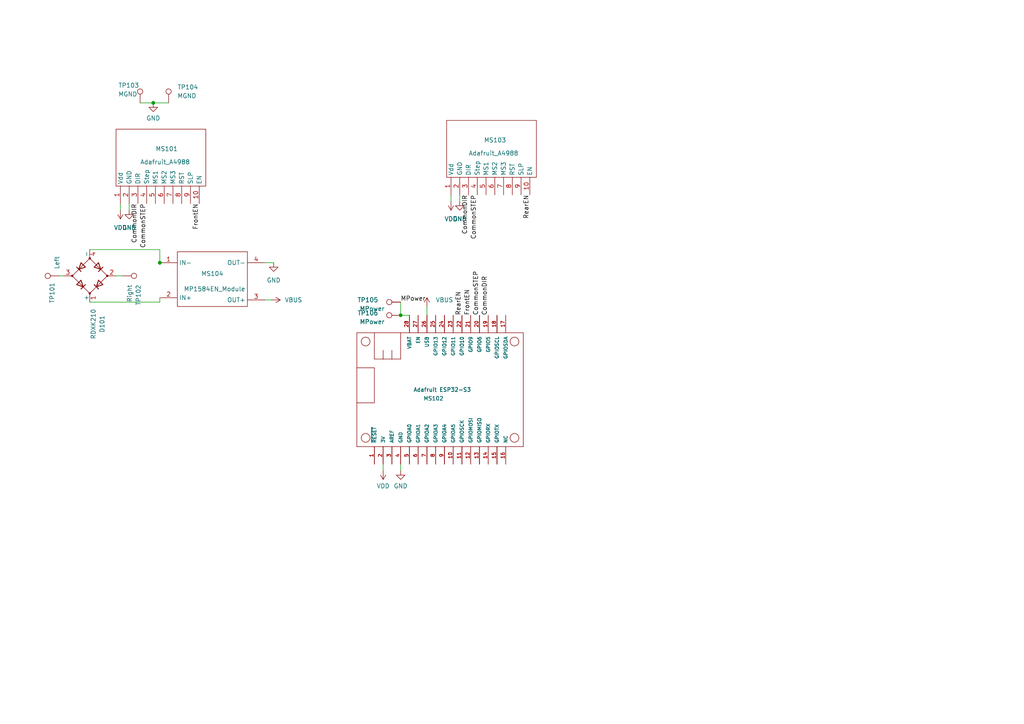
<source format=kicad_sch>
(kicad_sch (version 20211123) (generator eeschema)
  (paper "A4")
  (lib_symbols
    (symbol "Adafruit:Adafruit_A4988"
      (property "Reference" "MS?" (at 0 1.27 0))
      (property "Value" "Adafruit_A4988" (at 0.635 -1.905 0))
      (symbol "Adafruit_A4988_0_1"
        (rectangle (start 13.335 -9.525) (end -12.7 6.985))
      )
      (symbol "Adafruit_A4988_1_1"
        (pin power_in line (at -11.43 -14.605 90) (length 5.08) (name "Vdd") (number "1"))
        (pin input line (at 11.43 -14.605 90) (length 5.08) (name "EN") (number "10"))
        (pin power_in line (at -8.89 -14.605 90) (length 5.08) (name "GND") (number "2"))
        (pin input line (at -6.35 -14.605 90) (length 5.08) (name "DIR") (number "3"))
        (pin input line (at -3.81 -14.605 90) (length 5.08) (name "Step") (number "4"))
        (pin input line (at -1.27 -14.605 90) (length 5.08) (name "MS1") (number "5"))
        (pin input line (at 1.27 -14.605 90) (length 5.08) (name "MS2") (number "6"))
        (pin input line (at 3.81 -14.605 90) (length 5.08) (name "MS3") (number "7"))
        (pin input line (at 6.35 -14.605 90) (length 5.08) (name "RST") (number "8"))
        (pin input line (at 8.89 -14.605 90) (length 5.08) (name "SLP") (number "9"))
      )
    )
    (symbol "Connector:TestPoint" (pin_numbers hide) (pin_names (offset 0.762) hide)
      (property "Reference" "TP" (at 0 6.858 0))
      (property "Value" "TestPoint" (at 0 5.08 0))
      (symbol "TestPoint_0_1"
        (circle (center 0 3.302) (radius 0.762))
      )
      (symbol "TestPoint_1_1"
        (pin passive line (at 0 0 90) (length 2.54) (name "1") (number "1"))
      )
    )
    (symbol "Device:D_Bridge_+AA-" (pin_names (offset 0))
      (property "Reference" "D" (at 2.54 6.985 0))
      (property "Value" "D_Bridge_+AA-" (at 2.54 5.08 0))
      (symbol "D_Bridge_+AA-_0_1"
        (circle (center -5.08 0) (radius 0.254) (fill (type outline)))
        (circle (center 0 -5.08) (radius 0.254) (fill (type outline)))
        (polyline (pts (xy -2.54 3.81) (xy -1.27 2.54)) (stroke (width 0.254)))
        (polyline (pts (xy -1.27 -2.54) (xy -2.54 -3.81)) (stroke (width 0.254)))
        (polyline (pts (xy 2.54 -1.27) (xy 3.81 -2.54)) (stroke (width 0.254)))
        (polyline (pts (xy 2.54 1.27) (xy 3.81 2.54)) (stroke (width 0.254)))
        (polyline (pts (xy -3.81 2.54) (xy -2.54 1.27) (xy -1.905 3.175) (xy -3.81 2.54)) (stroke (width 0.254)))
        (polyline (pts (xy -2.54 -1.27) (xy -3.81 -2.54) (xy -1.905 -3.175) (xy -2.54 -1.27)) (stroke (width 0.254)))
        (polyline (pts (xy 1.27 2.54) (xy 2.54 3.81) (xy 3.175 1.905) (xy 1.27 2.54)) (stroke (width 0.254)))
        (polyline (pts (xy 3.175 -1.905) (xy 1.27 -2.54) (xy 2.54 -3.81) (xy 3.175 -1.905)) (stroke (width 0.254)))
        (polyline (pts (xy -5.08 0) (xy 0 -5.08) (xy 5.08 0) (xy 0 5.08) (xy -5.08 0)))
        (circle (center 0 5.08) (radius 0.254) (fill (type outline)))
        (circle (center 5.08 0) (radius 0.254) (fill (type outline)))
      )
      (symbol "D_Bridge_+AA-_1_1"
        (pin passive line (at 7.62 0 180) (length 2.54) (name "+") (number "1"))
        (pin passive line (at 0 7.62 270) (length 2.54) (name "~") (number "2"))
        (pin passive line (at 0 -7.62 90) (length 2.54) (name "~") (number "3"))
        (pin passive line (at -7.62 0 0) (length 2.54) (name "-") (number "4"))
      )
    )
    (symbol "Feather Wing:FEATHERWING" (pin_names (offset 1.016))
      (symbol "FEATHERWING_1_0"
        (polyline (pts (xy 0 0) (xy 48.26 0)))
        (polyline (pts (xy 0 12.7) (xy 0 0)))
        (polyline (pts (xy 0 22.86) (xy 0 12.7)))
        (polyline (pts (xy 0 22.86) (xy 5.08 22.86)))
        (polyline (pts (xy 0 33.02) (xy 0 22.86)))
        (polyline (pts (xy 5.08 12.7) (xy 0 12.7)))
        (polyline (pts (xy 5.08 22.86) (xy 5.08 12.7)))
        (polyline (pts (xy 5.08 25.4) (xy 7.62 25.4)))
        (polyline (pts (xy 5.08 33.02) (xy 0 33.02)))
        (polyline (pts (xy 5.08 33.02) (xy 5.08 25.4)))
        (polyline (pts (xy 7.62 25.4) (xy 10.16 25.4)))
        (polyline (pts (xy 7.62 27.94) (xy 7.62 25.4)))
        (polyline (pts (xy 10.16 25.4) (xy 12.7 25.4)))
        (polyline (pts (xy 10.16 27.94) (xy 10.16 25.4)))
        (polyline (pts (xy 12.7 25.4) (xy 12.7 33.02)))
        (polyline (pts (xy 12.7 33.02) (xy 5.08 33.02)))
        (polyline (pts (xy 48.26 0) (xy 48.26 33.02)))
        (polyline (pts (xy 48.26 33.02) (xy 12.7 33.02)))
      )
      (symbol "FEATHERWING_1_1"
        (circle (center 2.54 2.54) (radius 1.27))
        (circle (center 2.54 30.48) (radius 1.27))
        (circle (center 45.72 2.54) (radius 1.27))
        (circle (center 45.72 30.48) (radius 1.27))
        (pin input line (at 5.08 -5.08 90) (length 5.08) (name "~{RESET}") (number "1"))
        (pin bidirectional line (at 27.94 -5.08 90) (length 5.08) (name "GPIOA5") (number "10"))
        (pin bidirectional line (at 30.48 -5.08 90) (length 5.08) (name "GPIOSCK") (number "11"))
        (pin bidirectional line (at 33.02 -5.08 90) (length 5.08) (name "GPIOMOSI") (number "12"))
        (pin bidirectional line (at 35.56 -5.08 90) (length 5.08) (name "GPIOMISO") (number "13"))
        (pin bidirectional line (at 38.1 -5.08 90) (length 5.08) (name "GPIORX") (number "14"))
        (pin bidirectional line (at 40.64 -5.08 90) (length 5.08) (name "GPIOTX") (number "15"))
        (pin passive line (at 43.18 -5.08 90) (length 5.08) (name "NC") (number "16"))
        (pin bidirectional line (at 43.18 38.1 270) (length 5.08) (name "GPIOSDA") (number "17"))
        (pin bidirectional line (at 40.64 38.1 270) (length 5.08) (name "GPIOSCL") (number "18"))
        (pin bidirectional line (at 38.1 38.1 270) (length 5.08) (name "GPIO5") (number "19"))
        (pin power_out line (at 7.62 -5.08 90) (length 5.08) (name "3V") (number "2"))
        (pin bidirectional line (at 35.56 38.1 270) (length 5.08) (name "GPIO6") (number "20"))
        (pin bidirectional line (at 33.02 38.1 270) (length 5.08) (name "GPIO9") (number "21"))
        (pin bidirectional line (at 30.48 38.1 270) (length 5.08) (name "GPIO10") (number "22"))
        (pin bidirectional line (at 27.94 38.1 270) (length 5.08) (name "GPIO11") (number "23"))
        (pin bidirectional line (at 25.4 38.1 270) (length 5.08) (name "GPIO12") (number "24"))
        (pin bidirectional line (at 22.86 38.1 270) (length 5.08) (name "GPIO13") (number "25"))
        (pin power_out line (at 20.32 38.1 270) (length 5.08) (name "USB") (number "26"))
        (pin passive line (at 17.78 38.1 270) (length 5.08) (name "EN") (number "27"))
        (pin power_out line (at 15.24 38.1 270) (length 5.08) (name "VBAT") (number "28"))
        (pin passive line (at 10.16 -5.08 90) (length 5.08) (name "AREF") (number "3"))
        (pin power_in line (at 12.7 -5.08 90) (length 5.08) (name "GND") (number "4"))
        (pin bidirectional line (at 15.24 -5.08 90) (length 5.08) (name "GPIOA0") (number "5"))
        (pin bidirectional line (at 17.78 -5.08 90) (length 5.08) (name "GPIOA1") (number "6"))
        (pin bidirectional line (at 20.32 -5.08 90) (length 5.08) (name "GPIOA2") (number "7"))
        (pin bidirectional line (at 22.86 -5.08 90) (length 5.08) (name "GPIOA3") (number "8"))
        (pin bidirectional line (at 25.4 -5.08 90) (length 5.08) (name "GPIOA4") (number "9"))
      )
    )
    (symbol "PowerSypply:MP1584EN_Module"
      (property "Reference" "MS?" (at 0 1.905 0))
      (property "Value" "MP1584EN_Module" (at 0.635 -2.54 0))
      (symbol "MP1584EN_Module_0_1"
        (rectangle (start -9.525 7.62) (end 10.795 -8.255))
      )
      (symbol "MP1584EN_Module_1_1"
        (pin power_in line (at -14.605 4.445 0) (length 5.08) (name "IN-") (number "1"))
        (pin power_in line (at -14.605 -5.715 0) (length 5.08) (name "IN+") (number "2"))
        (pin power_out line (at 15.875 -6.35 180) (length 5.08) (name "OUT+") (number "3"))
        (pin power_out line (at 15.875 4.445 180) (length 5.08) (name "OUT-") (number "4"))
      )
    )
    (symbol "power:GND" (power) (pin_names (offset 0))
      (property "Value" "GND" (at 0 -3.81 0))
      (symbol "GND_0_1"
        (polyline (pts (xy 0 0) (xy 0 -1.27) (xy 1.27 -1.27) (xy 0 -2.54) (xy -1.27 -1.27) (xy 0 -1.27)))
      )
      (symbol "GND_1_1"
        (pin power_in line (at 0 0 270) (length 0) hide (name "GND") (number "1"))
      )
    )
    (symbol "power:VBUS" (power) (pin_names (offset 0))
      (property "Value" "VBUS" (at 0 3.81 0))
      (symbol "VBUS_0_1"
        (polyline (pts (xy -0.762 1.27) (xy 0 2.54)))
        (polyline (pts (xy 0 0) (xy 0 2.54)))
        (polyline (pts (xy 0 2.54) (xy 0.762 1.27)))
      )
      (symbol "VBUS_1_1"
        (pin power_in line (at 0 0 90) (length 0) hide (name "VBUS") (number "1"))
      )
    )
    (symbol "power:VDD" (power) (pin_names (offset 0))
      (property "Value" "VDD" (at 0 3.81 0))
      (symbol "VDD_0_1"
        (polyline (pts (xy -0.762 1.27) (xy 0 2.54)))
        (polyline (pts (xy 0 0) (xy 0 2.54)))
        (polyline (pts (xy 0 2.54) (xy 0.762 1.27)))
      )
      (symbol "VDD_1_1"
        (pin power_in line (at 0 0 90) (length 0) hide (name "VDD") (number "1"))
      )
    )
  )
  (junction (at 44.45 29.845))
  (junction (at 116.205 91.44))
  (junction (at 46.355 76.2))
  (wire (pts (xy 26.035 72.39) (xy 46.355 72.39)))
  (wire (pts (xy 116.205 91.44) (xy 118.745 91.44)))
  (wire (pts (xy 130.81 56.515) (xy 130.81 58.42)))
  (wire (pts (xy 46.355 72.39) (xy 46.355 76.2)))
  (wire (pts (xy 18.415 80.01) (xy 17.145 80.01)))
  (wire (pts (xy 46.355 76.2) (xy 46.355 76.835)))
  (wire (pts (xy 133.35 56.515) (xy 133.35 58.42)))
  (wire (pts (xy 123.825 88.9) (xy 123.825 91.44)))
  (wire (pts (xy 116.205 134.62) (xy 116.205 136.525)))
  (wire (pts (xy 26.035 87.63) (xy 46.355 87.63)))
  (wire (pts (xy 116.205 87.63) (xy 116.205 91.44)))
  (wire (pts (xy 44.45 29.845) (xy 48.895 29.845)))
  (wire (pts (xy 34.925 59.055) (xy 34.925 60.96)))
  (wire (pts (xy 35.56 80.01) (xy 33.655 80.01)))
  (wire (pts (xy 40.64 29.845) (xy 44.45 29.845)))
  (wire (pts (xy 46.355 87.63) (xy 46.355 86.36)))
  (wire (pts (xy 37.465 59.055) (xy 37.465 60.96)))
  (wire (pts (xy 76.835 76.2) (xy 79.375 76.2)))
  (wire (pts (xy 111.125 134.62) (xy 111.125 136.525)))
  (wire (pts (xy 76.835 86.995) (xy 78.74 86.995)))
  (label "CommonDIR" (at 40.005 59.055 270))
  (label "CommonSTEP" (at 138.43 56.515 270))
  (label "CommonDIR" (at 141.605 91.44 90))
  (label "FrontEN" (at 57.785 59.055 270))
  (label "CommonSTEP" (at 139.065 91.44 90))
  (label "RearEN" (at 153.67 56.515 270))
  (label "CommonDIR" (at 135.89 56.515 270))
  (label "RearEN" (at 133.985 91.44 90))
  (label "MPower" (at 116.205 87.63 0))
  (label "CommonSTEP" (at 42.545 59.055 270))
  (label "FrontEN" (at 136.525 91.44 90))
  (symbol (lib_id "power:GND") (at 44.45 29.845 0) (unit 1)
    (property "Reference" "#PWR0103" (effects hide))
    (property "Value" "GND" (at 44.45 34.29 0))
  )
  (symbol (lib_id "power:VBUS") (at 123.825 88.9 0) (unit 1)
    (property "Reference" "#PWR0108" (effects hide))
    (property "Value" "VBUS" (at 128.905 86.995 0))
  )
  (symbol (lib_id "power:GND") (at 37.465 60.96 0) (unit 1)
    (property "Reference" "#PWR0102" (effects hide))
    (property "Value" "GND" (at 37.465 66.04 0))
  )
  (symbol (lib_id "PowerSypply:MP1584EN_Module") (at 60.96 80.645 0) (unit 1)
    (property "Reference" "MS104" (at 61.595 79.375 0))
    (property "Value" "MP1584EN_Module" (at 62.23 83.82 0))
    (property "Footprint" "PowerSupply:MP1584EN Module" (effects hide))
  )
  (symbol (lib_id "Feather Wing:FEATHERWING") (at 103.505 129.54 0) (unit 1)
    (property "Reference" "MS102" (at 125.73 115.57 0) (effects (font (size 1.143 1.143))))
    (property "Value" "Adafruit ESP32-S3" (at 128.27 113.03 0) (effects (font (size 1.143 1.143))))
    (property "Footprint" "FeatherWing:FEATHERWING" (effects hide))
  )
  (symbol (lib_id "Connector:TestPoint") (at 17.145 80.01 90) (unit 1)
    (property "Reference" "TP101" (at 15.1131 81.915 0) (effects (justify right)))
    (property "Value" "Left" (at 16.51 74.295 0) (effects (justify right)))
    (property "Footprint" "TestPoint:TestPoint_Pad_4.0x4.0mm" (effects hide))
  )
  (symbol (lib_id "power:GND") (at 79.375 76.2 0) (unit 1)
    (property "Reference" "#PWR0105" (effects hide))
    (property "Value" "GND" (at 79.375 81.28 0))
  )
  (symbol (lib_id "power:GND") (at 116.205 136.525 0) (unit 1)
    (property "Reference" "#PWR0107" (effects hide))
    (property "Value" "GND" (at 116.205 140.97 0))
  )
  (symbol (lib_id "power:GND") (at 133.35 58.42 0) (unit 1)
    (property "Reference" "#PWR0110" (effects hide))
    (property "Value" "GND" (at 133.35 63.5 0))
  )
  (symbol (lib_id "Connector:TestPoint") (at 116.205 87.63 90) (unit 1)
    (property "Reference" "TP105" (at 106.68 86.995 90))
    (property "Value" "MPower" (at 107.95 89.535 90))
    (property "Footprint" "TestPoint:TestPoint_Pad_4.0x4.0mm" (effects hide))
  )
  (symbol (lib_id "Adafruit:Adafruit_A4988") (at 142.24 41.91 0) (unit 1)
    (property "Reference" "MS103" (at 140.335 40.64 0) (effects (justify left)))
    (property "Value" "Adafruit_A4988" (at 135.89 44.45 0) (effects (justify left)))
    (property "Footprint" "Adafruit:Adafruit A4988" (effects hide))
  )
  (symbol (lib_id "Connector:TestPoint") (at 35.56 80.01 270) (unit 1)
    (property "Reference" "TP102" (at 40.1321 82.55 0) (effects (justify left)))
    (property "Value" "Right" (at 37.5921 82.55 0) (effects (justify left)))
    (property "Footprint" "TestPoint:TestPoint_Pad_4.0x4.0mm" (effects hide))
  )
  (symbol (lib_id "Connector:TestPoint") (at 40.64 29.845 0) (unit 1)
    (property "Reference" "TP103" (at 34.29 24.765 0) (effects (justify left)))
    (property "Value" "MGND" (at 34.29 27.305 0) (effects (justify left)))
    (property "Footprint" "TestPoint:TestPoint_Pad_4.0x4.0mm" (effects hide))
  )
  (symbol (lib_id "power:VDD") (at 34.925 60.96 180) (unit 1)
    (property "Reference" "#PWR0101" (effects hide))
    (property "Value" "VDD" (at 34.925 66.04 0))
  )
  (symbol (lib_id "Adafruit:Adafruit_A4988") (at 46.355 44.45 0) (unit 1)
    (property "Reference" "MS101" (at 45.085 43.18 0) (effects (justify left)))
    (property "Value" "Adafruit_A4988" (at 40.64 46.99 0) (effects (justify left)))
    (property "Footprint" "Adafruit:Adafruit A4988" (effects hide))
  )
  (symbol (lib_id "Connector:TestPoint") (at 116.205 91.44 90) (unit 1)
    (property "Reference" "TP106" (at 106.68 90.805 90))
    (property "Value" "MPower" (at 107.95 93.345 90))
    (property "Footprint" "TestPoint:TestPoint_Pad_4.0x4.0mm" (effects hide))
  )
  (symbol (lib_id "power:VDD") (at 111.125 136.525 180) (unit 1)
    (property "Reference" "#PWR0106" (effects hide))
    (property "Value" "VDD" (at 111.125 140.97 0))
  )
  (symbol (lib_id "power:VDD") (at 130.81 58.42 180) (unit 1)
    (property "Reference" "#PWR0109" (effects hide))
    (property "Value" "VDD" (at 130.81 63.5 0))
  )
  (symbol (lib_id "power:VBUS") (at 78.74 86.995 270) (unit 1)
    (property "Reference" "#PWR0104" (effects hide))
    (property "Value" "VBUS" (at 82.55 86.9949 90) (effects (justify left)))
  )
  (symbol (lib_id "Connector:TestPoint") (at 48.895 29.845 0) (unit 1)
    (property "Reference" "TP104" (at 51.435 25.2729 0) (effects (justify left)))
    (property "Value" "MGND" (at 51.435 27.8129 0) (effects (justify left)))
    (property "Footprint" "TestPoint:TestPoint_Pad_4.0x4.0mm" (effects hide))
  )
  (symbol (lib_id "Device:D_Bridge_+AA-") (at 26.035 80.01 270) (unit 1)
    (property "Reference" "D101" (at 29.6164 93.98 0))
    (property "Value" "RDXK210" (at 27.0764 93.98 0))
    (property "Footprint" "RDXK210:DXK310_T0_00001" (effects hide))
  )
)
</source>
